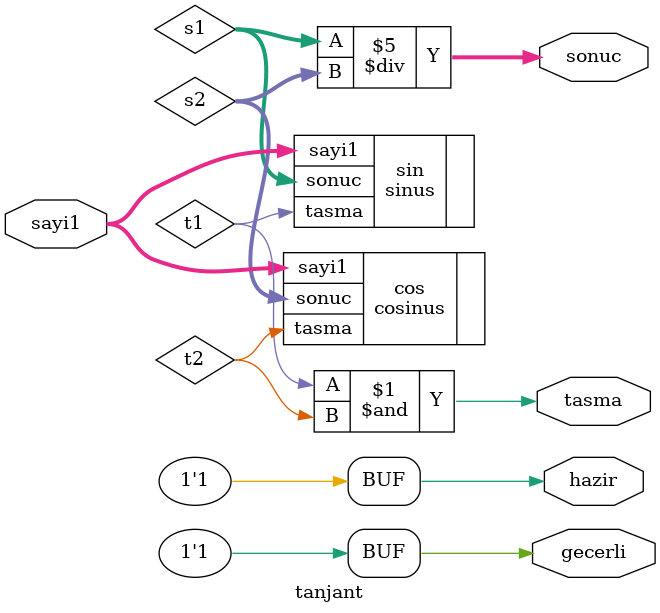
<source format=v>
`timescale 1ns / 1ps



module tanjant(sayi1,sonuc, tasma,hazir, gecerli

    );
    input [31:0] sayi1;
    output tasma;
    output reg [63:0] sonuc;
    output reg hazir = 1'b0;
    output reg gecerli = 1'b0;
    wire t1, t2;
    wire [63:0] s1, s2;
    sinus sin(
    .sayi1(sayi1),
    .tasma(t1),
    .sonuc(s1));
    cosinus cos(
    .sayi1(sayi1),
    .tasma(t2),
    .sonuc(s2));
    and(tasma, t1, t2);
    initial
    begin
        sonuc=s1/s2;
        hazir=1;//islem bitince ana module gondermek uzere hazir ve gecerli cikisi mantik 1 yapildi
        gecerli=1;
    end
endmodule

</source>
